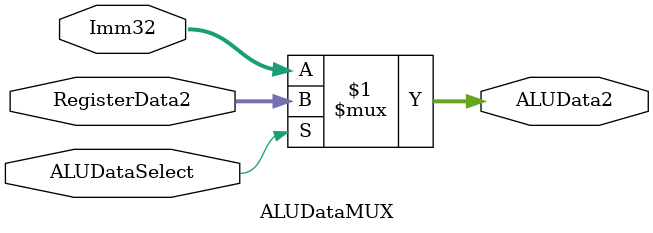
<source format=v>
module ALUDataMUX(
    input [31:0] RegisterData2,
    input [31:0] Imm32,
    input ALUDataSelect,
    output [31:0] ALUData2
);
    assign ALUData2 = ALUDataSelect? RegisterData2: Imm32;
endmodule
</source>
